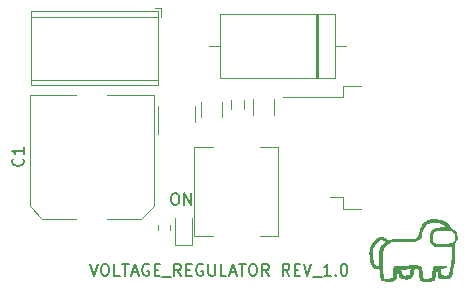
<source format=gbr>
%TF.GenerationSoftware,KiCad,Pcbnew,7.0.2*%
%TF.CreationDate,2023-05-06T19:40:55+10:00*%
%TF.ProjectId,Regulator,52656775-6c61-4746-9f72-2e6b69636164,rev?*%
%TF.SameCoordinates,Original*%
%TF.FileFunction,Legend,Top*%
%TF.FilePolarity,Positive*%
%FSLAX46Y46*%
G04 Gerber Fmt 4.6, Leading zero omitted, Abs format (unit mm)*
G04 Created by KiCad (PCBNEW 7.0.2) date 2023-05-06 19:40:55*
%MOMM*%
%LPD*%
G01*
G04 APERTURE LIST*
%ADD10C,0.200000*%
%ADD11C,0.150000*%
%ADD12C,0.120000*%
G04 APERTURE END LIST*
D10*
X120095238Y-91877619D02*
X120428571Y-92877619D01*
X120428571Y-92877619D02*
X120761904Y-91877619D01*
X121285714Y-91877619D02*
X121476190Y-91877619D01*
X121476190Y-91877619D02*
X121571428Y-91925238D01*
X121571428Y-91925238D02*
X121666666Y-92020476D01*
X121666666Y-92020476D02*
X121714285Y-92210952D01*
X121714285Y-92210952D02*
X121714285Y-92544285D01*
X121714285Y-92544285D02*
X121666666Y-92734761D01*
X121666666Y-92734761D02*
X121571428Y-92830000D01*
X121571428Y-92830000D02*
X121476190Y-92877619D01*
X121476190Y-92877619D02*
X121285714Y-92877619D01*
X121285714Y-92877619D02*
X121190476Y-92830000D01*
X121190476Y-92830000D02*
X121095238Y-92734761D01*
X121095238Y-92734761D02*
X121047619Y-92544285D01*
X121047619Y-92544285D02*
X121047619Y-92210952D01*
X121047619Y-92210952D02*
X121095238Y-92020476D01*
X121095238Y-92020476D02*
X121190476Y-91925238D01*
X121190476Y-91925238D02*
X121285714Y-91877619D01*
X122619047Y-92877619D02*
X122142857Y-92877619D01*
X122142857Y-92877619D02*
X122142857Y-91877619D01*
X122809524Y-91877619D02*
X123380952Y-91877619D01*
X123095238Y-92877619D02*
X123095238Y-91877619D01*
X123666667Y-92591904D02*
X124142857Y-92591904D01*
X123571429Y-92877619D02*
X123904762Y-91877619D01*
X123904762Y-91877619D02*
X124238095Y-92877619D01*
X125095238Y-91925238D02*
X125000000Y-91877619D01*
X125000000Y-91877619D02*
X124857143Y-91877619D01*
X124857143Y-91877619D02*
X124714286Y-91925238D01*
X124714286Y-91925238D02*
X124619048Y-92020476D01*
X124619048Y-92020476D02*
X124571429Y-92115714D01*
X124571429Y-92115714D02*
X124523810Y-92306190D01*
X124523810Y-92306190D02*
X124523810Y-92449047D01*
X124523810Y-92449047D02*
X124571429Y-92639523D01*
X124571429Y-92639523D02*
X124619048Y-92734761D01*
X124619048Y-92734761D02*
X124714286Y-92830000D01*
X124714286Y-92830000D02*
X124857143Y-92877619D01*
X124857143Y-92877619D02*
X124952381Y-92877619D01*
X124952381Y-92877619D02*
X125095238Y-92830000D01*
X125095238Y-92830000D02*
X125142857Y-92782380D01*
X125142857Y-92782380D02*
X125142857Y-92449047D01*
X125142857Y-92449047D02*
X124952381Y-92449047D01*
X125571429Y-92353809D02*
X125904762Y-92353809D01*
X126047619Y-92877619D02*
X125571429Y-92877619D01*
X125571429Y-92877619D02*
X125571429Y-91877619D01*
X125571429Y-91877619D02*
X126047619Y-91877619D01*
X126238096Y-92972857D02*
X127000000Y-92972857D01*
X127809524Y-92877619D02*
X127476191Y-92401428D01*
X127238096Y-92877619D02*
X127238096Y-91877619D01*
X127238096Y-91877619D02*
X127619048Y-91877619D01*
X127619048Y-91877619D02*
X127714286Y-91925238D01*
X127714286Y-91925238D02*
X127761905Y-91972857D01*
X127761905Y-91972857D02*
X127809524Y-92068095D01*
X127809524Y-92068095D02*
X127809524Y-92210952D01*
X127809524Y-92210952D02*
X127761905Y-92306190D01*
X127761905Y-92306190D02*
X127714286Y-92353809D01*
X127714286Y-92353809D02*
X127619048Y-92401428D01*
X127619048Y-92401428D02*
X127238096Y-92401428D01*
X128238096Y-92353809D02*
X128571429Y-92353809D01*
X128714286Y-92877619D02*
X128238096Y-92877619D01*
X128238096Y-92877619D02*
X128238096Y-91877619D01*
X128238096Y-91877619D02*
X128714286Y-91877619D01*
X129666667Y-91925238D02*
X129571429Y-91877619D01*
X129571429Y-91877619D02*
X129428572Y-91877619D01*
X129428572Y-91877619D02*
X129285715Y-91925238D01*
X129285715Y-91925238D02*
X129190477Y-92020476D01*
X129190477Y-92020476D02*
X129142858Y-92115714D01*
X129142858Y-92115714D02*
X129095239Y-92306190D01*
X129095239Y-92306190D02*
X129095239Y-92449047D01*
X129095239Y-92449047D02*
X129142858Y-92639523D01*
X129142858Y-92639523D02*
X129190477Y-92734761D01*
X129190477Y-92734761D02*
X129285715Y-92830000D01*
X129285715Y-92830000D02*
X129428572Y-92877619D01*
X129428572Y-92877619D02*
X129523810Y-92877619D01*
X129523810Y-92877619D02*
X129666667Y-92830000D01*
X129666667Y-92830000D02*
X129714286Y-92782380D01*
X129714286Y-92782380D02*
X129714286Y-92449047D01*
X129714286Y-92449047D02*
X129523810Y-92449047D01*
X130142858Y-91877619D02*
X130142858Y-92687142D01*
X130142858Y-92687142D02*
X130190477Y-92782380D01*
X130190477Y-92782380D02*
X130238096Y-92830000D01*
X130238096Y-92830000D02*
X130333334Y-92877619D01*
X130333334Y-92877619D02*
X130523810Y-92877619D01*
X130523810Y-92877619D02*
X130619048Y-92830000D01*
X130619048Y-92830000D02*
X130666667Y-92782380D01*
X130666667Y-92782380D02*
X130714286Y-92687142D01*
X130714286Y-92687142D02*
X130714286Y-91877619D01*
X131666667Y-92877619D02*
X131190477Y-92877619D01*
X131190477Y-92877619D02*
X131190477Y-91877619D01*
X131952382Y-92591904D02*
X132428572Y-92591904D01*
X131857144Y-92877619D02*
X132190477Y-91877619D01*
X132190477Y-91877619D02*
X132523810Y-92877619D01*
X132714287Y-91877619D02*
X133285715Y-91877619D01*
X133000001Y-92877619D02*
X133000001Y-91877619D01*
X133809525Y-91877619D02*
X134000001Y-91877619D01*
X134000001Y-91877619D02*
X134095239Y-91925238D01*
X134095239Y-91925238D02*
X134190477Y-92020476D01*
X134190477Y-92020476D02*
X134238096Y-92210952D01*
X134238096Y-92210952D02*
X134238096Y-92544285D01*
X134238096Y-92544285D02*
X134190477Y-92734761D01*
X134190477Y-92734761D02*
X134095239Y-92830000D01*
X134095239Y-92830000D02*
X134000001Y-92877619D01*
X134000001Y-92877619D02*
X133809525Y-92877619D01*
X133809525Y-92877619D02*
X133714287Y-92830000D01*
X133714287Y-92830000D02*
X133619049Y-92734761D01*
X133619049Y-92734761D02*
X133571430Y-92544285D01*
X133571430Y-92544285D02*
X133571430Y-92210952D01*
X133571430Y-92210952D02*
X133619049Y-92020476D01*
X133619049Y-92020476D02*
X133714287Y-91925238D01*
X133714287Y-91925238D02*
X133809525Y-91877619D01*
X135238096Y-92877619D02*
X134904763Y-92401428D01*
X134666668Y-92877619D02*
X134666668Y-91877619D01*
X134666668Y-91877619D02*
X135047620Y-91877619D01*
X135047620Y-91877619D02*
X135142858Y-91925238D01*
X135142858Y-91925238D02*
X135190477Y-91972857D01*
X135190477Y-91972857D02*
X135238096Y-92068095D01*
X135238096Y-92068095D02*
X135238096Y-92210952D01*
X135238096Y-92210952D02*
X135190477Y-92306190D01*
X135190477Y-92306190D02*
X135142858Y-92353809D01*
X135142858Y-92353809D02*
X135047620Y-92401428D01*
X135047620Y-92401428D02*
X134666668Y-92401428D01*
X137000001Y-92877619D02*
X136666668Y-92401428D01*
X136428573Y-92877619D02*
X136428573Y-91877619D01*
X136428573Y-91877619D02*
X136809525Y-91877619D01*
X136809525Y-91877619D02*
X136904763Y-91925238D01*
X136904763Y-91925238D02*
X136952382Y-91972857D01*
X136952382Y-91972857D02*
X137000001Y-92068095D01*
X137000001Y-92068095D02*
X137000001Y-92210952D01*
X137000001Y-92210952D02*
X136952382Y-92306190D01*
X136952382Y-92306190D02*
X136904763Y-92353809D01*
X136904763Y-92353809D02*
X136809525Y-92401428D01*
X136809525Y-92401428D02*
X136428573Y-92401428D01*
X137428573Y-92353809D02*
X137761906Y-92353809D01*
X137904763Y-92877619D02*
X137428573Y-92877619D01*
X137428573Y-92877619D02*
X137428573Y-91877619D01*
X137428573Y-91877619D02*
X137904763Y-91877619D01*
X138190478Y-91877619D02*
X138523811Y-92877619D01*
X138523811Y-92877619D02*
X138857144Y-91877619D01*
X138952383Y-92972857D02*
X139714287Y-92972857D01*
X140476192Y-92877619D02*
X139904764Y-92877619D01*
X140190478Y-92877619D02*
X140190478Y-91877619D01*
X140190478Y-91877619D02*
X140095240Y-92020476D01*
X140095240Y-92020476D02*
X140000002Y-92115714D01*
X140000002Y-92115714D02*
X139904764Y-92163333D01*
X140904764Y-92782380D02*
X140952383Y-92830000D01*
X140952383Y-92830000D02*
X140904764Y-92877619D01*
X140904764Y-92877619D02*
X140857145Y-92830000D01*
X140857145Y-92830000D02*
X140904764Y-92782380D01*
X140904764Y-92782380D02*
X140904764Y-92877619D01*
X141571430Y-91877619D02*
X141666668Y-91877619D01*
X141666668Y-91877619D02*
X141761906Y-91925238D01*
X141761906Y-91925238D02*
X141809525Y-91972857D01*
X141809525Y-91972857D02*
X141857144Y-92068095D01*
X141857144Y-92068095D02*
X141904763Y-92258571D01*
X141904763Y-92258571D02*
X141904763Y-92496666D01*
X141904763Y-92496666D02*
X141857144Y-92687142D01*
X141857144Y-92687142D02*
X141809525Y-92782380D01*
X141809525Y-92782380D02*
X141761906Y-92830000D01*
X141761906Y-92830000D02*
X141666668Y-92877619D01*
X141666668Y-92877619D02*
X141571430Y-92877619D01*
X141571430Y-92877619D02*
X141476192Y-92830000D01*
X141476192Y-92830000D02*
X141428573Y-92782380D01*
X141428573Y-92782380D02*
X141380954Y-92687142D01*
X141380954Y-92687142D02*
X141333335Y-92496666D01*
X141333335Y-92496666D02*
X141333335Y-92258571D01*
X141333335Y-92258571D02*
X141380954Y-92068095D01*
X141380954Y-92068095D02*
X141428573Y-91972857D01*
X141428573Y-91972857D02*
X141476192Y-91925238D01*
X141476192Y-91925238D02*
X141571430Y-91877619D01*
X127228571Y-85877619D02*
X127419047Y-85877619D01*
X127419047Y-85877619D02*
X127514285Y-85925238D01*
X127514285Y-85925238D02*
X127609523Y-86020476D01*
X127609523Y-86020476D02*
X127657142Y-86210952D01*
X127657142Y-86210952D02*
X127657142Y-86544285D01*
X127657142Y-86544285D02*
X127609523Y-86734761D01*
X127609523Y-86734761D02*
X127514285Y-86830000D01*
X127514285Y-86830000D02*
X127419047Y-86877619D01*
X127419047Y-86877619D02*
X127228571Y-86877619D01*
X127228571Y-86877619D02*
X127133333Y-86830000D01*
X127133333Y-86830000D02*
X127038095Y-86734761D01*
X127038095Y-86734761D02*
X126990476Y-86544285D01*
X126990476Y-86544285D02*
X126990476Y-86210952D01*
X126990476Y-86210952D02*
X127038095Y-86020476D01*
X127038095Y-86020476D02*
X127133333Y-85925238D01*
X127133333Y-85925238D02*
X127228571Y-85877619D01*
X128085714Y-86877619D02*
X128085714Y-85877619D01*
X128085714Y-85877619D02*
X128657142Y-86877619D01*
X128657142Y-86877619D02*
X128657142Y-85877619D01*
D11*
%TO.C,C1*%
X114417380Y-82966666D02*
X114465000Y-83014285D01*
X114465000Y-83014285D02*
X114512619Y-83157142D01*
X114512619Y-83157142D02*
X114512619Y-83252380D01*
X114512619Y-83252380D02*
X114465000Y-83395237D01*
X114465000Y-83395237D02*
X114369761Y-83490475D01*
X114369761Y-83490475D02*
X114274523Y-83538094D01*
X114274523Y-83538094D02*
X114084047Y-83585713D01*
X114084047Y-83585713D02*
X113941190Y-83585713D01*
X113941190Y-83585713D02*
X113750714Y-83538094D01*
X113750714Y-83538094D02*
X113655476Y-83490475D01*
X113655476Y-83490475D02*
X113560238Y-83395237D01*
X113560238Y-83395237D02*
X113512619Y-83252380D01*
X113512619Y-83252380D02*
X113512619Y-83157142D01*
X113512619Y-83157142D02*
X113560238Y-83014285D01*
X113560238Y-83014285D02*
X113607857Y-82966666D01*
X114512619Y-82014285D02*
X114512619Y-82585713D01*
X114512619Y-82299999D02*
X113512619Y-82299999D01*
X113512619Y-82299999D02*
X113655476Y-82395237D01*
X113655476Y-82395237D02*
X113750714Y-82490475D01*
X113750714Y-82490475D02*
X113798333Y-82585713D01*
%TO.C,G\u002A\u002A\u002A*%
G36*
X149270155Y-88095670D02*
G01*
X149450596Y-88103447D01*
X149616406Y-88118958D01*
X149751560Y-88142166D01*
X149763005Y-88144968D01*
X149920224Y-88194807D01*
X150087816Y-88264232D01*
X150249280Y-88344683D01*
X150388120Y-88427603D01*
X150487835Y-88504435D01*
X150516247Y-88535677D01*
X150631298Y-88671991D01*
X150767768Y-88807160D01*
X150884135Y-88903246D01*
X150963804Y-88967812D01*
X151047328Y-89045811D01*
X151118695Y-89120997D01*
X151161889Y-89177123D01*
X151167760Y-89190988D01*
X151178060Y-89241363D01*
X151224784Y-89453116D01*
X151244557Y-89620301D01*
X151236128Y-89759116D01*
X151198244Y-89885755D01*
X151129655Y-90016414D01*
X151116534Y-90037532D01*
X151026013Y-90180926D01*
X151016704Y-90927541D01*
X151012285Y-91195540D01*
X151005647Y-91413296D01*
X150995565Y-91596536D01*
X150980811Y-91760983D01*
X150960158Y-91922363D01*
X150932379Y-92096400D01*
X150919912Y-92167922D01*
X150876748Y-92407446D01*
X150841109Y-92591373D01*
X150809997Y-92729235D01*
X150780413Y-92830562D01*
X150749356Y-92904887D01*
X150713829Y-92961741D01*
X150670832Y-93010657D01*
X150647662Y-93033169D01*
X150500595Y-93135758D01*
X150324343Y-93189546D01*
X150109869Y-93196905D01*
X150045115Y-93191334D01*
X149859898Y-93163641D01*
X149729886Y-93120872D01*
X149644589Y-93053993D01*
X149593516Y-92953972D01*
X149566177Y-92811776D01*
X149562475Y-92775780D01*
X149544467Y-92603523D01*
X149526598Y-92487752D01*
X149506482Y-92419031D01*
X149481736Y-92387919D01*
X149463311Y-92383376D01*
X149441263Y-92387172D01*
X149425657Y-92405377D01*
X149415012Y-92448215D01*
X149407848Y-92525911D01*
X149402685Y-92648690D01*
X149398043Y-92826776D01*
X149397835Y-92835708D01*
X149386319Y-93014360D01*
X149356323Y-93142330D01*
X149300140Y-93234021D01*
X149210067Y-93303841D01*
X149124563Y-93346602D01*
X148951302Y-93399557D01*
X148744956Y-93426945D01*
X148532641Y-93427642D01*
X148341477Y-93400524D01*
X148277273Y-93381730D01*
X148184455Y-93341805D01*
X148112829Y-93289986D01*
X148059430Y-93217641D01*
X148021294Y-93116139D01*
X147995458Y-92976849D01*
X147978956Y-92791138D01*
X147968825Y-92550376D01*
X147966873Y-92477891D01*
X147963896Y-92357991D01*
X147777981Y-92334762D01*
X147665457Y-92324656D01*
X147595075Y-92336497D01*
X147554562Y-92381919D01*
X147531647Y-92472555D01*
X147518216Y-92581014D01*
X147500154Y-92730917D01*
X147480531Y-92833661D01*
X147453027Y-92907889D01*
X147411319Y-92972244D01*
X147367986Y-93024026D01*
X147244325Y-93118528D01*
X147076381Y-93179227D01*
X146878656Y-93202266D01*
X146729514Y-93193822D01*
X146536902Y-93160190D01*
X146400283Y-93110180D01*
X146310116Y-93035023D01*
X146256858Y-92925951D01*
X146230970Y-92774195D01*
X146227914Y-92732834D01*
X146214838Y-92570430D01*
X146197757Y-92464491D01*
X146174080Y-92405519D01*
X146154474Y-92392694D01*
X146475256Y-92392694D01*
X146497180Y-92528230D01*
X146533667Y-92684792D01*
X146586342Y-92785747D01*
X146661035Y-92840643D01*
X146694212Y-92850918D01*
X146805509Y-92863578D01*
X146930126Y-92858907D01*
X147043686Y-92839722D01*
X147121810Y-92808838D01*
X147132262Y-92800317D01*
X147162036Y-92745882D01*
X147194645Y-92649237D01*
X147218173Y-92553306D01*
X147259989Y-92350389D01*
X146993436Y-92350752D01*
X146847995Y-92353564D01*
X146711146Y-92360646D01*
X146609885Y-92370542D01*
X146601070Y-92371905D01*
X146475256Y-92392694D01*
X146154474Y-92392694D01*
X146141214Y-92384020D01*
X146132489Y-92383376D01*
X146110812Y-92387157D01*
X146095385Y-92405090D01*
X146084929Y-92447061D01*
X146078161Y-92522956D01*
X146073801Y-92642662D01*
X146070569Y-92816065D01*
X146069813Y-92867149D01*
X146060991Y-93033381D01*
X146034069Y-93150062D01*
X145979843Y-93233008D01*
X145889113Y-93298040D01*
X145792265Y-93344274D01*
X145679908Y-93380347D01*
X145539561Y-93400041D01*
X145354128Y-93405974D01*
X145141075Y-93396834D01*
X144980911Y-93367450D01*
X144862855Y-93314869D01*
X144788946Y-93251296D01*
X144761150Y-93193192D01*
X144729861Y-93086120D01*
X144698307Y-92946746D01*
X144669718Y-92791731D01*
X144647323Y-92637740D01*
X144634351Y-92501436D01*
X144632402Y-92443477D01*
X144627346Y-92393135D01*
X144601994Y-92363625D01*
X144540651Y-92345738D01*
X144442533Y-92332067D01*
X144270868Y-92300201D01*
X144134819Y-92246062D01*
X144028814Y-92162027D01*
X143947284Y-92040473D01*
X143884657Y-91873776D01*
X143835361Y-91654314D01*
X143805050Y-91459740D01*
X143787337Y-91305360D01*
X143775598Y-91152668D01*
X143771970Y-91030770D01*
X143772341Y-91014415D01*
X143791579Y-90809187D01*
X143821176Y-90651558D01*
X144089820Y-90651558D01*
X144095684Y-91148531D01*
X144103610Y-91407889D01*
X144121941Y-91610345D01*
X144152797Y-91764449D01*
X144198298Y-91878748D01*
X144260563Y-91961794D01*
X144306857Y-92000179D01*
X144367682Y-92039999D01*
X144412507Y-92050083D01*
X144477809Y-92036535D01*
X144495625Y-92031770D01*
X144573458Y-92010935D01*
X144557023Y-91545662D01*
X144556015Y-91507306D01*
X144886719Y-91507306D01*
X144889560Y-91734369D01*
X144897371Y-91973204D01*
X144909581Y-92213415D01*
X144925617Y-92444606D01*
X144944904Y-92656382D01*
X144966870Y-92838348D01*
X144990942Y-92980108D01*
X145016547Y-93071266D01*
X145029172Y-93093947D01*
X145087533Y-93122860D01*
X145191087Y-93138805D01*
X145320239Y-93141251D01*
X145455391Y-93129665D01*
X145560521Y-93108342D01*
X145648838Y-93075719D01*
X145709853Y-93038890D01*
X145715208Y-93033336D01*
X145729892Y-92986092D01*
X145745266Y-92886808D01*
X145759632Y-92749376D01*
X145771293Y-92587685D01*
X145772616Y-92563835D01*
X145783667Y-92399816D01*
X145797497Y-92258069D01*
X145812446Y-92152497D01*
X145826854Y-92097002D01*
X145828735Y-92094019D01*
X145883153Y-92064282D01*
X145964573Y-92052520D01*
X146052400Y-92051321D01*
X146186181Y-92047504D01*
X146355131Y-92041558D01*
X146548463Y-92033971D01*
X146755391Y-92025232D01*
X146965130Y-92015831D01*
X147166893Y-92006254D01*
X147349895Y-91996992D01*
X147503350Y-91988532D01*
X147616472Y-91981364D01*
X147678475Y-91975976D01*
X147686328Y-91974520D01*
X147737278Y-91975459D01*
X147829758Y-91992427D01*
X147942945Y-92019897D01*
X148056017Y-92052340D01*
X148148151Y-92084228D01*
X148198526Y-92110032D01*
X148199214Y-92110694D01*
X148213045Y-92153159D01*
X148229943Y-92248711D01*
X148248074Y-92384643D01*
X148265606Y-92548251D01*
X148271355Y-92610765D01*
X148291506Y-92815922D01*
X148311062Y-92961924D01*
X148331240Y-93055562D01*
X148353258Y-93103632D01*
X148360932Y-93110525D01*
X148446134Y-93137886D01*
X148567717Y-93145067D01*
X148706698Y-93134861D01*
X148844090Y-93110061D01*
X148960911Y-93073459D01*
X149038175Y-93027848D01*
X149053239Y-93008689D01*
X149066484Y-92955351D01*
X149080634Y-92851014D01*
X149094018Y-92710599D01*
X149104965Y-92549031D01*
X149105216Y-92544428D01*
X149116017Y-92384620D01*
X149129294Y-92247642D01*
X149143398Y-92147635D01*
X149156680Y-92098741D01*
X149157263Y-92097930D01*
X149201307Y-92079455D01*
X149298975Y-92071893D01*
X149455287Y-92074962D01*
X149514425Y-92077918D01*
X149727929Y-92082017D01*
X149939461Y-92072812D01*
X150092976Y-92055406D01*
X150214617Y-92038446D01*
X150309345Y-92030217D01*
X150359932Y-92032092D01*
X150363295Y-92033857D01*
X150359331Y-92069525D01*
X150308814Y-92122820D01*
X150225697Y-92185067D01*
X150123932Y-92247593D01*
X150017470Y-92301723D01*
X149920264Y-92338783D01*
X149854169Y-92350389D01*
X149824826Y-92361831D01*
X149816139Y-92406231D01*
X149825457Y-92498702D01*
X149826673Y-92507078D01*
X149858728Y-92663559D01*
X149904919Y-92766557D01*
X149972740Y-92828227D01*
X150040682Y-92854257D01*
X150149334Y-92868417D01*
X150270416Y-92864205D01*
X150380052Y-92844541D01*
X150454361Y-92812349D01*
X150464903Y-92802344D01*
X150489694Y-92748138D01*
X150521877Y-92644804D01*
X150557821Y-92508259D01*
X150593899Y-92354423D01*
X150626480Y-92199213D01*
X150651937Y-92058548D01*
X150666640Y-91948347D01*
X150668831Y-91907797D01*
X150673852Y-91812921D01*
X150687308Y-91675802D01*
X150706793Y-91519270D01*
X150718117Y-91440372D01*
X150734955Y-91302974D01*
X150748860Y-91140746D01*
X150759411Y-90967095D01*
X150766189Y-90795427D01*
X150768773Y-90639149D01*
X150766744Y-90511667D01*
X150759682Y-90426388D01*
X150750770Y-90398129D01*
X150712272Y-90397009D01*
X150631264Y-90412199D01*
X150561095Y-90430421D01*
X150415944Y-90457694D01*
X150209425Y-90474648D01*
X149945382Y-90480969D01*
X149943117Y-90480976D01*
X149751985Y-90480081D01*
X149610914Y-90474952D01*
X149504035Y-90463774D01*
X149415479Y-90444732D01*
X149329379Y-90416011D01*
X149310107Y-90408574D01*
X149137947Y-90319449D01*
X149010285Y-90200785D01*
X148923163Y-90045253D01*
X148872620Y-89845520D01*
X148854696Y-89594254D01*
X148854556Y-89567087D01*
X149125444Y-89567087D01*
X149129786Y-89758050D01*
X149163934Y-89901461D01*
X149233340Y-90011080D01*
X149334536Y-90094912D01*
X149491529Y-90166648D01*
X149693432Y-90212100D01*
X149924406Y-90230714D01*
X150168609Y-90221932D01*
X150410203Y-90185201D01*
X150581249Y-90138612D01*
X150733285Y-90076307D01*
X150857743Y-90003796D01*
X150906740Y-89963250D01*
X150956866Y-89909700D01*
X150985467Y-89861048D01*
X150997166Y-89797997D01*
X150996591Y-89701252D01*
X150991692Y-89608843D01*
X150971966Y-89428163D01*
X150932581Y-89296773D01*
X150866669Y-89199239D01*
X150777042Y-89126368D01*
X150730065Y-89102833D01*
X150664415Y-89085523D01*
X150569027Y-89073136D01*
X150432839Y-89064370D01*
X150244788Y-89057922D01*
X150182459Y-89056381D01*
X149935561Y-89052158D01*
X149744222Y-89053519D01*
X149598151Y-89062043D01*
X149487054Y-89079309D01*
X149400639Y-89106895D01*
X149328613Y-89146380D01*
X149262890Y-89197431D01*
X149199192Y-89255246D01*
X149160690Y-89305605D01*
X149140133Y-89368009D01*
X149130272Y-89461958D01*
X149125444Y-89567087D01*
X148854556Y-89567087D01*
X148854546Y-89565130D01*
X148881471Y-89334192D01*
X148962032Y-89141276D01*
X149095904Y-88986970D01*
X149218689Y-88903593D01*
X149298265Y-88862299D01*
X149369556Y-88833916D01*
X149448425Y-88815528D01*
X149550735Y-88804215D01*
X149692348Y-88797060D01*
X149819416Y-88793073D01*
X149977285Y-88786710D01*
X150108129Y-88777829D01*
X150199581Y-88767538D01*
X150239275Y-88756944D01*
X150240000Y-88755407D01*
X150212304Y-88712948D01*
X150138602Y-88652566D01*
X150032975Y-88583582D01*
X149909503Y-88515319D01*
X149801148Y-88464872D01*
X149679235Y-88419400D01*
X149564263Y-88392770D01*
X149429851Y-88380396D01*
X149299870Y-88377708D01*
X149143798Y-88379975D01*
X149029074Y-88391286D01*
X148931232Y-88416133D01*
X148825803Y-88459008D01*
X148805065Y-88468552D01*
X148684945Y-88531444D01*
X148576102Y-88600266D01*
X148515604Y-88648177D01*
X148441477Y-88751874D01*
X148371447Y-88913914D01*
X148308276Y-89126677D01*
X148259979Y-89352987D01*
X148232532Y-89489766D01*
X148201235Y-89586126D01*
X148153679Y-89661775D01*
X148077452Y-89736421D01*
X147960144Y-89829770D01*
X147959350Y-89830381D01*
X147900258Y-89876209D01*
X147849378Y-89913321D01*
X147799217Y-89942813D01*
X147742282Y-89965779D01*
X147671080Y-89983316D01*
X147578119Y-89996520D01*
X147455906Y-90006485D01*
X147296948Y-90014308D01*
X147093752Y-90021084D01*
X146838826Y-90027909D01*
X146560184Y-90034968D01*
X145667771Y-90057792D01*
X145445220Y-90170774D01*
X145290996Y-90256539D01*
X145174187Y-90343846D01*
X145086829Y-90445133D01*
X145020957Y-90572838D01*
X144968606Y-90739398D01*
X144921811Y-90957253D01*
X144913760Y-91000697D01*
X144898247Y-91130074D01*
X144889424Y-91302409D01*
X144886719Y-91507306D01*
X144556015Y-91507306D01*
X144551571Y-91338217D01*
X144552829Y-91176929D01*
X144562103Y-91042205D01*
X144580697Y-90914452D01*
X144607772Y-90783506D01*
X144649293Y-90605394D01*
X144684545Y-90477484D01*
X144720778Y-90385404D01*
X144765238Y-90314779D01*
X144825174Y-90251239D01*
X144907835Y-90180409D01*
X144914780Y-90174708D01*
X145003525Y-90098958D01*
X145067627Y-90038559D01*
X145093936Y-90005948D01*
X145094026Y-90005159D01*
X145065316Y-89971930D01*
X144993196Y-89932467D01*
X144898681Y-89894747D01*
X144802786Y-89866750D01*
X144726525Y-89856454D01*
X144708001Y-89858598D01*
X144600401Y-89912047D01*
X144481399Y-90014787D01*
X144362505Y-90154243D01*
X144255231Y-90317837D01*
X144211169Y-90401403D01*
X144089820Y-90651558D01*
X143821176Y-90651558D01*
X143831993Y-90593945D01*
X143887944Y-90391860D01*
X143953793Y-90226105D01*
X143973020Y-90189740D01*
X144068375Y-90050882D01*
X144193111Y-89908349D01*
X144330406Y-89778488D01*
X144463437Y-89677642D01*
X144546667Y-89632371D01*
X144655294Y-89599124D01*
X144770306Y-89582359D01*
X144870789Y-89583121D01*
X144935833Y-89602453D01*
X144945585Y-89612467D01*
X144992773Y-89641907D01*
X145021752Y-89646299D01*
X145078045Y-89663713D01*
X145167344Y-89708040D01*
X145250044Y-89757095D01*
X145347199Y-89816769D01*
X145414633Y-89845533D01*
X145477914Y-89848473D01*
X145562608Y-89830674D01*
X145587570Y-89824243D01*
X145686199Y-89808120D01*
X145847566Y-89794759D01*
X146072484Y-89784121D01*
X146361763Y-89776167D01*
X146686571Y-89771174D01*
X146961803Y-89767846D01*
X147178979Y-89764229D01*
X147346015Y-89759759D01*
X147470829Y-89753868D01*
X147561338Y-89745991D01*
X147625457Y-89735562D01*
X147671106Y-89722013D01*
X147706199Y-89704780D01*
X147718006Y-89697413D01*
X147836423Y-89600985D01*
X147922520Y-89480990D01*
X147983826Y-89323387D01*
X148026597Y-89122133D01*
X148086835Y-88873536D01*
X148180597Y-88646876D01*
X148300937Y-88454100D01*
X148440911Y-88307150D01*
X148538159Y-88242372D01*
X148636394Y-88190063D01*
X148722598Y-88142624D01*
X148801305Y-88119104D01*
X148929484Y-88103462D01*
X149091109Y-88095663D01*
X149270155Y-88095670D01*
G37*
D12*
%TO.C,C1*%
X125510000Y-77540000D02*
X121560000Y-77540000D01*
X124445563Y-88060000D02*
X121560000Y-88060000D01*
X116054437Y-88060000D02*
X114990000Y-86995563D01*
X125510000Y-86995563D02*
X125510000Y-77540000D01*
X114990000Y-86995563D02*
X114990000Y-77540000D01*
X116054437Y-88060000D02*
X118940000Y-88060000D01*
X124445563Y-88060000D02*
X125510000Y-86995563D01*
X114990000Y-77540000D02*
X118940000Y-77540000D01*
%TO.C,U1*%
X141550000Y-86250000D02*
X140450000Y-86250000D01*
X141550000Y-87200000D02*
X141550000Y-86250000D01*
X143050000Y-87200000D02*
X141550000Y-87200000D01*
X141550000Y-77750000D02*
X136425000Y-77750000D01*
X141550000Y-76800000D02*
X141550000Y-77750000D01*
X143050000Y-76800000D02*
X141550000Y-76800000D01*
%TO.C,R1*%
X125877500Y-89037258D02*
X125877500Y-88562742D01*
X126922500Y-89037258D02*
X126922500Y-88562742D01*
%TO.C,Q1*%
X128960000Y-79200000D02*
X128960000Y-79850000D01*
X125840000Y-79200000D02*
X125840000Y-80875000D01*
X128960000Y-79200000D02*
X128960000Y-78550000D01*
X125840000Y-79200000D02*
X125840000Y-78550000D01*
%TO.C,L1*%
X128940000Y-89510000D02*
X130490000Y-89510000D01*
X128940000Y-81990000D02*
X130490000Y-81990000D01*
X136060000Y-89510000D02*
X134510000Y-89510000D01*
X136060000Y-81990000D02*
X134510000Y-81990000D01*
X128940000Y-81990000D02*
X128940000Y-89510000D01*
X136060000Y-81990000D02*
X136060000Y-89510000D01*
%TO.C,J2*%
X125875000Y-76760000D02*
X115135000Y-76760000D01*
X126115000Y-70200000D02*
X125615000Y-70200000D01*
X125875000Y-76760000D02*
X125875000Y-70440000D01*
X126115000Y-70940000D02*
X126115000Y-70200000D01*
X125875000Y-70440000D02*
X115135000Y-70440000D01*
X125875000Y-71000000D02*
X115135000Y-71000000D01*
X115135000Y-76760000D02*
X115135000Y-70440000D01*
X125875000Y-76300000D02*
X115135000Y-76300000D01*
%TO.C,FB1*%
X133160000Y-78799622D02*
X133160000Y-78000378D01*
X132040000Y-78799622D02*
X132040000Y-78000378D01*
%TO.C,F1*%
X131310000Y-78197936D02*
X131310000Y-79402064D01*
X129490000Y-78197936D02*
X129490000Y-79402064D01*
%TO.C,D2*%
X127265000Y-88000000D02*
X127265000Y-90285000D01*
X127265000Y-90285000D02*
X128735000Y-90285000D01*
X128735000Y-90285000D02*
X128735000Y-88000000D01*
%TO.C,D1*%
X140870000Y-70680000D02*
X131130000Y-70680000D01*
X141780000Y-73400000D02*
X140870000Y-73400000D01*
X139445000Y-76120000D02*
X139445000Y-70680000D01*
X130220000Y-73400000D02*
X131130000Y-73400000D01*
X131130000Y-76120000D02*
X140870000Y-76120000D01*
X139205000Y-76120000D02*
X139205000Y-70680000D01*
X140870000Y-76120000D02*
X140870000Y-70680000D01*
X131130000Y-70680000D02*
X131130000Y-76120000D01*
X139325000Y-76120000D02*
X139325000Y-70680000D01*
%TO.C,C13*%
X133890000Y-77888748D02*
X133890000Y-79311252D01*
X135710000Y-77888748D02*
X135710000Y-79311252D01*
%TD*%
M02*

</source>
